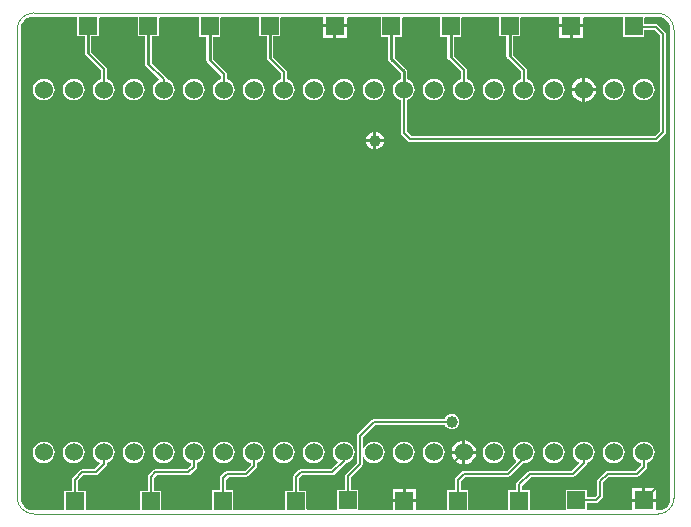
<source format=gtl>
G04*
G04 #@! TF.GenerationSoftware,Altium Limited,Altium Designer,18.1.6 (161)*
G04*
G04 Layer_Physical_Order=1*
G04 Layer_Color=255*
%FSAX44Y44*%
%MOMM*%
G71*
G01*
G75*
%ADD11C,0.2000*%
%ADD12C,0.2540*%
%ADD13C,0.1000*%
%ADD17R,1.5000X1.5000*%
%ADD18C,1.5240*%
%ADD19C,1.0000*%
G36*
X01078000Y01024936D02*
Y01008000D01*
X01084176D01*
Y00991000D01*
X01084391Y00989919D01*
X01085003Y00989003D01*
X01085919Y00988391D01*
X01086026Y00988370D01*
X01095701Y00978694D01*
Y00971966D01*
X01093651Y00971116D01*
X01091746Y00969655D01*
X01090284Y00967749D01*
X01089365Y00965531D01*
X01089051Y00963150D01*
X01089365Y00960769D01*
X01090284Y00958551D01*
X01091746Y00956646D01*
X01093651Y00955184D01*
X01095869Y00954265D01*
X01098250Y00953951D01*
X01100631Y00954265D01*
X01102849Y00955184D01*
X01104754Y00956646D01*
X01106216Y00958551D01*
X01107135Y00960769D01*
X01107449Y00963150D01*
X01107135Y00965531D01*
X01106216Y00967749D01*
X01104754Y00969655D01*
X01102849Y00971116D01*
X01100799Y00971966D01*
Y00979750D01*
X01100605Y00980725D01*
X01100052Y00981552D01*
X01089824Y00991780D01*
Y01008000D01*
X01096000D01*
Y01024038D01*
X01096898Y01024936D01*
X01128000Y01024936D01*
Y01008200D01*
X01134176D01*
Y00992000D01*
X01134391Y00990919D01*
X01135003Y00990003D01*
X01135919Y00989391D01*
X01136026Y00989370D01*
X01146501Y00978894D01*
Y00971966D01*
X01144451Y00971116D01*
X01142545Y00969655D01*
X01141084Y00967749D01*
X01140165Y00965531D01*
X01139851Y00963150D01*
X01140165Y00960769D01*
X01141084Y00958551D01*
X01142545Y00956646D01*
X01144451Y00955184D01*
X01146669Y00954265D01*
X01149050Y00953951D01*
X01151431Y00954265D01*
X01153649Y00955184D01*
X01155555Y00956646D01*
X01157016Y00958551D01*
X01157935Y00960769D01*
X01158249Y00963150D01*
X01157935Y00965531D01*
X01157016Y00967749D01*
X01155555Y00969655D01*
X01153649Y00971116D01*
X01151599Y00971966D01*
Y00979950D01*
X01151405Y00980925D01*
X01150852Y00981752D01*
X01139824Y00992781D01*
Y01008200D01*
X01146000D01*
Y01024037D01*
X01146898Y01024935D01*
X01178960Y01024935D01*
Y01018470D01*
X01189000D01*
X01199040D01*
Y01024037D01*
X01199938Y01024935D01*
X01233000Y01024934D01*
Y01008000D01*
X01251000D01*
Y01013451D01*
X01259944D01*
X01264451Y01008944D01*
Y00928056D01*
X01259944Y00923549D01*
X01054056D01*
X01049999Y00927606D01*
Y00954334D01*
X01052049Y00955184D01*
X01053954Y00956646D01*
X01055416Y00958551D01*
X01056335Y00960769D01*
X01056649Y00963150D01*
X01056335Y00965531D01*
X01055416Y00967749D01*
X01053954Y00969655D01*
X01052049Y00971116D01*
X01050274Y00971852D01*
Y00978550D01*
X01050274Y00978550D01*
X01050059Y00979631D01*
X01049447Y00980547D01*
X01049447Y00980547D01*
X01039824Y00990170D01*
Y01008000D01*
X01046000D01*
Y01024039D01*
X01046898Y01024937D01*
X01078000Y01024936D01*
D02*
G37*
G36*
X00733921Y01024941D02*
X00733961Y01024948D01*
X00734000Y01024940D01*
X00771000Y01024940D01*
Y01008200D01*
X00777176D01*
Y00994000D01*
X00777391Y00992919D01*
X00778003Y00992003D01*
X00778919Y00991391D01*
X00779026Y00991369D01*
X00790901Y00979494D01*
Y00971966D01*
X00788851Y00971116D01*
X00786945Y00969655D01*
X00785484Y00967749D01*
X00784565Y00965531D01*
X00784251Y00963150D01*
X00784565Y00960769D01*
X00785484Y00958551D01*
X00786945Y00956646D01*
X00788851Y00955184D01*
X00791069Y00954265D01*
X00793450Y00953951D01*
X00795831Y00954265D01*
X00798049Y00955184D01*
X00799955Y00956646D01*
X00801416Y00958551D01*
X00802335Y00960769D01*
X00802649Y00963150D01*
X00802335Y00965531D01*
X00801416Y00967749D01*
X00799955Y00969655D01*
X00798049Y00971116D01*
X00795999Y00971966D01*
Y00980550D01*
X00795805Y00981525D01*
X00795252Y00982352D01*
X00782824Y00994781D01*
Y01008200D01*
X00789000D01*
Y01024042D01*
X00789898Y01024940D01*
X00822000Y01024939D01*
Y01008200D01*
X00828176D01*
Y00985000D01*
X00828391Y00983919D01*
X00829003Y00983003D01*
X00829919Y00982391D01*
X00830026Y00982370D01*
X00839994Y00972402D01*
X00839790Y00971376D01*
X00839556Y00971043D01*
X00837746Y00969655D01*
X00836284Y00967749D01*
X00835365Y00965531D01*
X00835051Y00963150D01*
X00835365Y00960769D01*
X00836284Y00958551D01*
X00837746Y00956646D01*
X00839651Y00955184D01*
X00841869Y00954265D01*
X00844250Y00953951D01*
X00846631Y00954265D01*
X00848849Y00955184D01*
X00850754Y00956646D01*
X00852216Y00958551D01*
X00853135Y00960769D01*
X00853449Y00963150D01*
X00853135Y00965531D01*
X00852216Y00967749D01*
X00850754Y00969655D01*
X00848849Y00971116D01*
X00846752Y00971985D01*
X00846605Y00972726D01*
X00846052Y00973552D01*
X00833824Y00985780D01*
Y01008200D01*
X00840000D01*
Y01024041D01*
X00840898Y01024939D01*
X00874000Y01024939D01*
Y01008000D01*
X00880176D01*
Y00988000D01*
X00880391Y00986919D01*
X00881003Y00986003D01*
X00881919Y00985391D01*
X00882026Y00985369D01*
X00892501Y00974894D01*
Y00971966D01*
X00890451Y00971116D01*
X00888546Y00969655D01*
X00887084Y00967749D01*
X00886165Y00965531D01*
X00885851Y00963150D01*
X00886165Y00960769D01*
X00887084Y00958551D01*
X00888546Y00956646D01*
X00890451Y00955184D01*
X00892669Y00954265D01*
X00895050Y00953951D01*
X00897431Y00954265D01*
X00899649Y00955184D01*
X00901554Y00956646D01*
X00903016Y00958551D01*
X00903935Y00960769D01*
X00904249Y00963150D01*
X00903935Y00965531D01*
X00903016Y00967749D01*
X00901554Y00969655D01*
X00899649Y00971116D01*
X00897599Y00971966D01*
Y00975950D01*
X00897405Y00976926D01*
X00896852Y00977752D01*
X00885824Y00988781D01*
Y01008000D01*
X00892000D01*
Y01024041D01*
X00892898Y01024939D01*
X00925000Y01024938D01*
Y01008200D01*
X00931176D01*
Y00990000D01*
X00931391Y00988919D01*
X00932003Y00988003D01*
X00932919Y00987391D01*
X00933026Y00987370D01*
X00943301Y00977094D01*
Y00971966D01*
X00941251Y00971116D01*
X00939345Y00969655D01*
X00937884Y00967749D01*
X00936965Y00965531D01*
X00936651Y00963150D01*
X00936965Y00960769D01*
X00937884Y00958551D01*
X00939345Y00956646D01*
X00941251Y00955184D01*
X00943469Y00954265D01*
X00945850Y00953951D01*
X00948231Y00954265D01*
X00950449Y00955184D01*
X00952355Y00956646D01*
X00953816Y00958551D01*
X00954735Y00960769D01*
X00955049Y00963150D01*
X00954735Y00965531D01*
X00953816Y00967749D01*
X00952355Y00969655D01*
X00950449Y00971116D01*
X00948399Y00971966D01*
Y00978150D01*
X00948205Y00979126D01*
X00947652Y00979952D01*
X00936824Y00990780D01*
Y01008200D01*
X00943000D01*
Y01024040D01*
X00943898Y01024938D01*
X00978960Y01024938D01*
Y01018470D01*
X00989000D01*
X00999040D01*
Y01024039D01*
X00999938Y01024937D01*
X01028000Y01024937D01*
Y01008000D01*
X01034176D01*
Y00989000D01*
X01034176Y00989000D01*
X01034391Y00987919D01*
X01035003Y00987003D01*
X01044626Y00977380D01*
Y00971852D01*
X01042851Y00971116D01*
X01040946Y00969655D01*
X01039484Y00967749D01*
X01038565Y00965531D01*
X01038251Y00963150D01*
X01038565Y00960769D01*
X01039484Y00958551D01*
X01040946Y00956646D01*
X01042851Y00955184D01*
X01044901Y00954334D01*
Y00926550D01*
X01045095Y00925574D01*
X01045648Y00924748D01*
X01051198Y00919198D01*
X01052025Y00918645D01*
X01053000Y00918451D01*
X01261000D01*
X01261975Y00918645D01*
X01262802Y00919198D01*
X01268802Y00925198D01*
X01269355Y00926025D01*
X01269549Y00927000D01*
Y01010000D01*
X01269355Y01010975D01*
X01268802Y01011802D01*
X01262802Y01017802D01*
X01261975Y01018355D01*
X01261000Y01018549D01*
X01251000D01*
Y01024036D01*
X01251898Y01024934D01*
X01262040Y01024934D01*
X01263121D01*
X01265242Y01024512D01*
X01267239Y01023685D01*
X01269037Y01022484D01*
X01270566Y01020955D01*
X01271767Y01019157D01*
X01272595Y01017160D01*
X01273008Y01015083D01*
X01272978Y01014047D01*
X01272985Y01014002D01*
X01272976Y01013958D01*
X01272987Y00616990D01*
Y00616007D01*
X01272604Y00614079D01*
X01271852Y00612263D01*
X01270760Y00610629D01*
X01269370Y00609240D01*
X01267736Y00608148D01*
X01265920Y00607396D01*
X01264048Y00607023D01*
X01263123Y00607057D01*
X01263066Y00607048D01*
X01263009Y00607060D01*
X01261588Y00607059D01*
X01260690Y00607957D01*
Y00614280D01*
X01240610D01*
Y00607058D01*
X01203298Y00607056D01*
X01202400Y00607953D01*
Y00612801D01*
X01210000D01*
X01210975Y00612995D01*
X01211802Y00613548D01*
X01215452Y00617198D01*
X01216005Y00618024D01*
X01216199Y00619000D01*
Y00630594D01*
X01221056Y00635451D01*
X01244650D01*
X01245625Y00635645D01*
X01246452Y00636198D01*
X01252452Y00642198D01*
X01253005Y00643025D01*
X01253199Y00644000D01*
Y00647184D01*
X01255249Y00648034D01*
X01257154Y00649496D01*
X01258616Y00651401D01*
X01259535Y00653619D01*
X01259849Y00656000D01*
X01259535Y00658381D01*
X01258616Y00660599D01*
X01257154Y00662505D01*
X01255249Y00663966D01*
X01253031Y00664885D01*
X01250650Y00665199D01*
X01248269Y00664885D01*
X01246051Y00663966D01*
X01244146Y00662505D01*
X01242684Y00660599D01*
X01241765Y00658381D01*
X01241451Y00656000D01*
X01241765Y00653619D01*
X01242684Y00651401D01*
X01244146Y00649496D01*
X01246051Y00648034D01*
X01248101Y00647184D01*
Y00645056D01*
X01243594Y00640549D01*
X01220000D01*
X01219025Y00640355D01*
X01218198Y00639802D01*
X01211848Y00633452D01*
X01211295Y00632626D01*
X01211101Y00631650D01*
Y00620056D01*
X01208944Y00617899D01*
X01202400D01*
Y00624350D01*
X01184400D01*
Y00607054D01*
X01154898Y00607052D01*
X01154000Y00607950D01*
Y00623850D01*
X01147549D01*
Y00627944D01*
X01155056Y00635451D01*
X01191000D01*
X01191975Y00635645D01*
X01192802Y00636198D01*
X01201652Y00645048D01*
X01202205Y00645875D01*
X01202399Y00646850D01*
Y00647184D01*
X01204449Y00648034D01*
X01206355Y00649496D01*
X01207816Y00651401D01*
X01208735Y00653619D01*
X01209049Y00656000D01*
X01208735Y00658381D01*
X01207816Y00660599D01*
X01206355Y00662505D01*
X01204449Y00663966D01*
X01202231Y00664885D01*
X01199850Y00665199D01*
X01197469Y00664885D01*
X01195251Y00663966D01*
X01193345Y00662505D01*
X01191884Y00660599D01*
X01190965Y00658381D01*
X01190651Y00656000D01*
X01190965Y00653619D01*
X01191884Y00651401D01*
X01193345Y00649496D01*
X01195251Y00648034D01*
X01195735Y00647833D01*
X01195983Y00646588D01*
X01189944Y00640549D01*
X01154000D01*
X01153025Y00640355D01*
X01152198Y00639802D01*
X01143198Y00630802D01*
X01142645Y00629976D01*
X01142451Y00629000D01*
Y00623850D01*
X01136000D01*
Y00607051D01*
X01102898Y00607049D01*
X01102000Y00607947D01*
Y00623850D01*
X01095549D01*
Y00631944D01*
X01099056Y00635451D01*
X01136000D01*
X01136975Y00635645D01*
X01137802Y00636198D01*
X01148481Y00646876D01*
X01149050Y00646801D01*
X01151431Y00647115D01*
X01153649Y00648034D01*
X01155555Y00649496D01*
X01157016Y00651401D01*
X01157935Y00653619D01*
X01158249Y00656000D01*
X01157935Y00658381D01*
X01157016Y00660599D01*
X01155555Y00662505D01*
X01153649Y00663966D01*
X01151431Y00664885D01*
X01149050Y00665199D01*
X01146669Y00664885D01*
X01144451Y00663966D01*
X01142545Y00662505D01*
X01141084Y00660599D01*
X01140165Y00658381D01*
X01139851Y00656000D01*
X01140165Y00653619D01*
X01141084Y00651401D01*
X01142545Y00649496D01*
X01142628Y00648233D01*
X01134944Y00640549D01*
X01098000D01*
X01097025Y00640355D01*
X01096198Y00639802D01*
X01091198Y00634802D01*
X01090645Y00633975D01*
X01090451Y00633000D01*
Y00623850D01*
X01084000D01*
Y00607047D01*
X01058938Y00607046D01*
X01058040Y00607944D01*
Y00613580D01*
X01037960D01*
Y00607044D01*
X01009898Y00607042D01*
X01009000Y00607940D01*
Y00624550D01*
X01002549D01*
Y00634944D01*
X01011802Y00644198D01*
X01012355Y00645024D01*
X01012549Y00646000D01*
Y00651787D01*
X01013819Y00652040D01*
X01014084Y00651401D01*
X01015546Y00649496D01*
X01017451Y00648034D01*
X01019669Y00647115D01*
X01022050Y00646801D01*
X01024431Y00647115D01*
X01026649Y00648034D01*
X01028555Y00649496D01*
X01030016Y00651401D01*
X01030935Y00653619D01*
X01031249Y00656000D01*
X01030935Y00658381D01*
X01030016Y00660599D01*
X01028555Y00662505D01*
X01026649Y00663966D01*
X01024431Y00664885D01*
X01022050Y00665199D01*
X01019669Y00664885D01*
X01017451Y00663966D01*
X01015546Y00662505D01*
X01014084Y00660599D01*
X01013819Y00659960D01*
X01012549Y00660213D01*
Y00668944D01*
X01023056Y00679451D01*
X01082020D01*
X01082322Y00678722D01*
X01083364Y00677364D01*
X01084722Y00676322D01*
X01086303Y00675667D01*
X01088000Y00675444D01*
X01089697Y00675667D01*
X01091278Y00676322D01*
X01092636Y00677364D01*
X01093678Y00678722D01*
X01094333Y00680303D01*
X01094556Y00682000D01*
X01094333Y00683697D01*
X01093678Y00685278D01*
X01092636Y00686636D01*
X01091278Y00687678D01*
X01089697Y00688333D01*
X01088000Y00688556D01*
X01086303Y00688333D01*
X01084722Y00687678D01*
X01083364Y00686636D01*
X01082322Y00685278D01*
X01082020Y00684549D01*
X01022000D01*
X01021025Y00684355D01*
X01020198Y00683802D01*
X01008198Y00671802D01*
X01007645Y00670975D01*
X01007451Y00670000D01*
Y00647056D01*
X00998198Y00637802D01*
X00997645Y00636976D01*
X00997451Y00636000D01*
Y00624550D01*
X00991000D01*
Y00607041D01*
X00965898Y00607039D01*
X00965000Y00607938D01*
Y00623600D01*
X00958549D01*
Y00633944D01*
X00961056Y00636451D01*
X00987000D01*
X00987975Y00636645D01*
X00988802Y00637198D01*
X00998452Y00646848D01*
X00998592Y00647057D01*
X00999031Y00647115D01*
X01001249Y00648034D01*
X01003155Y00649496D01*
X01004616Y00651401D01*
X01005535Y00653619D01*
X01005849Y00656000D01*
X01005535Y00658381D01*
X01004616Y00660599D01*
X01003155Y00662505D01*
X01001249Y00663966D01*
X00999031Y00664885D01*
X00996650Y00665199D01*
X00994269Y00664885D01*
X00992051Y00663966D01*
X00990145Y00662505D01*
X00988684Y00660599D01*
X00987765Y00658381D01*
X00987451Y00656000D01*
X00987765Y00653619D01*
X00988684Y00651401D01*
X00990145Y00649496D01*
X00991248Y00648649D01*
X00991391Y00646996D01*
X00985944Y00641549D01*
X00960000D01*
X00959025Y00641355D01*
X00958198Y00640802D01*
X00954198Y00636802D01*
X00953645Y00635975D01*
X00953451Y00635000D01*
Y00623600D01*
X00947000D01*
Y00607038D01*
X00903898Y00607035D01*
X00903000Y00607933D01*
Y00623850D01*
X00896549D01*
Y00632944D01*
X00899056Y00635451D01*
X00914000D01*
X00914976Y00635645D01*
X00915802Y00636198D01*
X00922252Y00642648D01*
X00922805Y00643475D01*
X00922999Y00644450D01*
Y00647184D01*
X00925049Y00648034D01*
X00926954Y00649496D01*
X00928416Y00651401D01*
X00929335Y00653619D01*
X00929649Y00656000D01*
X00929335Y00658381D01*
X00928416Y00660599D01*
X00926954Y00662505D01*
X00925049Y00663966D01*
X00922831Y00664885D01*
X00920450Y00665199D01*
X00918069Y00664885D01*
X00915851Y00663966D01*
X00913945Y00662505D01*
X00912484Y00660599D01*
X00911565Y00658381D01*
X00911251Y00656000D01*
X00911565Y00653619D01*
X00912484Y00651401D01*
X00913945Y00649496D01*
X00915851Y00648034D01*
X00917901Y00647184D01*
Y00645506D01*
X00912944Y00640549D01*
X00898000D01*
X00897025Y00640355D01*
X00896198Y00639802D01*
X00892198Y00635802D01*
X00891645Y00634976D01*
X00891451Y00634000D01*
Y00623850D01*
X00885000D01*
Y00607034D01*
X00842898Y00607031D01*
X00842000Y00607929D01*
Y00623600D01*
X00835549D01*
Y00633944D01*
X00838056Y00636451D01*
X00865000D01*
X00865975Y00636645D01*
X00866802Y00637198D01*
X00871452Y00641848D01*
X00872005Y00642675D01*
X00872199Y00643650D01*
Y00647184D01*
X00874249Y00648034D01*
X00876154Y00649496D01*
X00877616Y00651401D01*
X00878535Y00653619D01*
X00878849Y00656000D01*
X00878535Y00658381D01*
X00877616Y00660599D01*
X00876154Y00662505D01*
X00874249Y00663966D01*
X00872031Y00664885D01*
X00869650Y00665199D01*
X00867269Y00664885D01*
X00865051Y00663966D01*
X00863146Y00662505D01*
X00861684Y00660599D01*
X00860765Y00658381D01*
X00860451Y00656000D01*
X00860765Y00653619D01*
X00861684Y00651401D01*
X00863146Y00649496D01*
X00865051Y00648034D01*
X00867101Y00647184D01*
Y00644706D01*
X00863944Y00641549D01*
X00837000D01*
X00836025Y00641355D01*
X00835198Y00640802D01*
X00831198Y00636802D01*
X00830645Y00635975D01*
X00830451Y00635000D01*
Y00623600D01*
X00824000D01*
Y00607030D01*
X00778898Y00607027D01*
X00778000Y00607925D01*
Y00623600D01*
X00771549D01*
Y00631944D01*
X00776056Y00636451D01*
X00786450D01*
X00787426Y00636645D01*
X00788252Y00637198D01*
X00795252Y00644198D01*
X00795805Y00645025D01*
X00795999Y00646000D01*
Y00647184D01*
X00798049Y00648034D01*
X00799955Y00649496D01*
X00801416Y00651401D01*
X00802335Y00653619D01*
X00802649Y00656000D01*
X00802335Y00658381D01*
X00801416Y00660599D01*
X00799955Y00662505D01*
X00798049Y00663966D01*
X00795831Y00664885D01*
X00793450Y00665199D01*
X00791069Y00664885D01*
X00788851Y00663966D01*
X00786945Y00662505D01*
X00785484Y00660599D01*
X00784565Y00658381D01*
X00784251Y00656000D01*
X00784565Y00653619D01*
X00785484Y00651401D01*
X00786945Y00649496D01*
X00788851Y00648034D01*
X00789722Y00647673D01*
X00790020Y00646175D01*
X00785394Y00641549D01*
X00775000D01*
X00774025Y00641355D01*
X00773198Y00640802D01*
X00767198Y00634802D01*
X00766645Y00633975D01*
X00766451Y00633000D01*
Y00623600D01*
X00760000D01*
Y00607026D01*
X00734000Y00607024D01*
X00732919D01*
X00730798Y00607446D01*
X00728801Y00608273D01*
X00727003Y00609474D01*
X00725474Y00611003D01*
X00724273Y00612801D01*
X00723446Y00614798D01*
X00723031Y00616881D01*
X00723058Y00617923D01*
X00723051Y00617962D01*
X00723059Y00618000D01*
X00723024Y01014000D01*
Y01015081D01*
X00723446Y01017202D01*
X00724273Y01019199D01*
X00725474Y01020997D01*
X00727003Y01022526D01*
X00728801Y01023727D01*
X00730798Y01024554D01*
X00732880Y01024968D01*
X00733921Y01024941D01*
D02*
G37*
%LPC*%
G36*
X01199040Y01015930D02*
X01190270D01*
Y01007160D01*
X01199040D01*
Y01015930D01*
D02*
G37*
G36*
X01187730D02*
X01178960D01*
Y01007160D01*
X01187730D01*
Y01015930D01*
D02*
G37*
G36*
X01201120Y00973231D02*
Y00964420D01*
X01209930D01*
X01209749Y00965802D01*
X01208725Y00968274D01*
X01207096Y00970396D01*
X01204974Y00972025D01*
X01202502Y00973049D01*
X01201120Y00973231D01*
D02*
G37*
G36*
X01198580Y00973231D02*
X01197198Y00973049D01*
X01194726Y00972025D01*
X01192604Y00970396D01*
X01190975Y00968274D01*
X01189951Y00965802D01*
X01189770Y00964420D01*
X01198580D01*
Y00973231D01*
D02*
G37*
G36*
X01250650Y00972349D02*
X01248269Y00972035D01*
X01246051Y00971116D01*
X01244146Y00969655D01*
X01242684Y00967749D01*
X01241765Y00965531D01*
X01241451Y00963150D01*
X01241765Y00960769D01*
X01242684Y00958551D01*
X01244146Y00956646D01*
X01246051Y00955184D01*
X01248269Y00954265D01*
X01250650Y00953951D01*
X01253031Y00954265D01*
X01255249Y00955184D01*
X01257154Y00956646D01*
X01258616Y00958551D01*
X01259535Y00960769D01*
X01259849Y00963150D01*
X01259535Y00965531D01*
X01258616Y00967749D01*
X01257154Y00969655D01*
X01255249Y00971116D01*
X01253031Y00972035D01*
X01250650Y00972349D01*
D02*
G37*
G36*
X01225250D02*
X01222869Y00972035D01*
X01220651Y00971116D01*
X01218745Y00969655D01*
X01217284Y00967749D01*
X01216365Y00965531D01*
X01216051Y00963150D01*
X01216365Y00960769D01*
X01217284Y00958551D01*
X01218745Y00956646D01*
X01220651Y00955184D01*
X01222869Y00954265D01*
X01225250Y00953951D01*
X01227631Y00954265D01*
X01229849Y00955184D01*
X01231755Y00956646D01*
X01233216Y00958551D01*
X01234135Y00960769D01*
X01234449Y00963150D01*
X01234135Y00965531D01*
X01233216Y00967749D01*
X01231755Y00969655D01*
X01229849Y00971116D01*
X01227631Y00972035D01*
X01225250Y00972349D01*
D02*
G37*
G36*
X01174450D02*
X01172069Y00972035D01*
X01169851Y00971116D01*
X01167945Y00969655D01*
X01166484Y00967749D01*
X01165565Y00965531D01*
X01165251Y00963150D01*
X01165565Y00960769D01*
X01166484Y00958551D01*
X01167945Y00956646D01*
X01169851Y00955184D01*
X01172069Y00954265D01*
X01174450Y00953951D01*
X01176831Y00954265D01*
X01179049Y00955184D01*
X01180955Y00956646D01*
X01182416Y00958551D01*
X01183335Y00960769D01*
X01183649Y00963150D01*
X01183335Y00965531D01*
X01182416Y00967749D01*
X01180955Y00969655D01*
X01179049Y00971116D01*
X01176831Y00972035D01*
X01174450Y00972349D01*
D02*
G37*
G36*
X01123650D02*
X01121269Y00972035D01*
X01119051Y00971116D01*
X01117145Y00969655D01*
X01115684Y00967749D01*
X01114765Y00965531D01*
X01114451Y00963150D01*
X01114765Y00960769D01*
X01115684Y00958551D01*
X01117145Y00956646D01*
X01119051Y00955184D01*
X01121269Y00954265D01*
X01123650Y00953951D01*
X01126031Y00954265D01*
X01128249Y00955184D01*
X01130154Y00956646D01*
X01131616Y00958551D01*
X01132535Y00960769D01*
X01132849Y00963150D01*
X01132535Y00965531D01*
X01131616Y00967749D01*
X01130154Y00969655D01*
X01128249Y00971116D01*
X01126031Y00972035D01*
X01123650Y00972349D01*
D02*
G37*
G36*
X01072850D02*
X01070469Y00972035D01*
X01068251Y00971116D01*
X01066346Y00969655D01*
X01064884Y00967749D01*
X01063965Y00965531D01*
X01063651Y00963150D01*
X01063965Y00960769D01*
X01064884Y00958551D01*
X01066346Y00956646D01*
X01068251Y00955184D01*
X01070469Y00954265D01*
X01072850Y00953951D01*
X01075231Y00954265D01*
X01077449Y00955184D01*
X01079354Y00956646D01*
X01080816Y00958551D01*
X01081735Y00960769D01*
X01082049Y00963150D01*
X01081735Y00965531D01*
X01080816Y00967749D01*
X01079354Y00969655D01*
X01077449Y00971116D01*
X01075231Y00972035D01*
X01072850Y00972349D01*
D02*
G37*
G36*
X01198580Y00961880D02*
X01189770D01*
X01189951Y00960498D01*
X01190975Y00958026D01*
X01192604Y00955904D01*
X01194726Y00954275D01*
X01197198Y00953252D01*
X01198580Y00953070D01*
Y00961880D01*
D02*
G37*
G36*
X01209930D02*
X01201120D01*
Y00953070D01*
X01202502Y00953252D01*
X01204974Y00954275D01*
X01207096Y00955904D01*
X01208725Y00958026D01*
X01209749Y00960498D01*
X01209930Y00961880D01*
D02*
G37*
G36*
X00999040Y01015930D02*
X00990270D01*
Y01007160D01*
X00999040D01*
Y01015930D01*
D02*
G37*
G36*
X00987730D02*
X00978960D01*
Y01007160D01*
X00987730D01*
Y01015930D01*
D02*
G37*
G36*
X01022050Y00972349D02*
X01019669Y00972035D01*
X01017451Y00971116D01*
X01015546Y00969655D01*
X01014084Y00967749D01*
X01013165Y00965531D01*
X01012851Y00963150D01*
X01013165Y00960769D01*
X01014084Y00958551D01*
X01015546Y00956646D01*
X01017451Y00955184D01*
X01019669Y00954265D01*
X01022050Y00953951D01*
X01024431Y00954265D01*
X01026649Y00955184D01*
X01028555Y00956646D01*
X01030016Y00958551D01*
X01030935Y00960769D01*
X01031249Y00963150D01*
X01030935Y00965531D01*
X01030016Y00967749D01*
X01028555Y00969655D01*
X01026649Y00971116D01*
X01024431Y00972035D01*
X01022050Y00972349D01*
D02*
G37*
G36*
X00996650D02*
X00994269Y00972035D01*
X00992051Y00971116D01*
X00990145Y00969655D01*
X00988684Y00967749D01*
X00987765Y00965531D01*
X00987451Y00963150D01*
X00987765Y00960769D01*
X00988684Y00958551D01*
X00990145Y00956646D01*
X00992051Y00955184D01*
X00994269Y00954265D01*
X00996650Y00953951D01*
X00999031Y00954265D01*
X01001249Y00955184D01*
X01003155Y00956646D01*
X01004616Y00958551D01*
X01005535Y00960769D01*
X01005849Y00963150D01*
X01005535Y00965531D01*
X01004616Y00967749D01*
X01003155Y00969655D01*
X01001249Y00971116D01*
X00999031Y00972035D01*
X00996650Y00972349D01*
D02*
G37*
G36*
X00971250D02*
X00968869Y00972035D01*
X00966651Y00971116D01*
X00964745Y00969655D01*
X00963284Y00967749D01*
X00962365Y00965531D01*
X00962051Y00963150D01*
X00962365Y00960769D01*
X00963284Y00958551D01*
X00964745Y00956646D01*
X00966651Y00955184D01*
X00968869Y00954265D01*
X00971250Y00953951D01*
X00973631Y00954265D01*
X00975849Y00955184D01*
X00977755Y00956646D01*
X00979216Y00958551D01*
X00980135Y00960769D01*
X00980449Y00963150D01*
X00980135Y00965531D01*
X00979216Y00967749D01*
X00977755Y00969655D01*
X00975849Y00971116D01*
X00973631Y00972035D01*
X00971250Y00972349D01*
D02*
G37*
G36*
X00920450D02*
X00918069Y00972035D01*
X00915851Y00971116D01*
X00913945Y00969655D01*
X00912484Y00967749D01*
X00911565Y00965531D01*
X00911251Y00963150D01*
X00911565Y00960769D01*
X00912484Y00958551D01*
X00913945Y00956646D01*
X00915851Y00955184D01*
X00918069Y00954265D01*
X00920450Y00953951D01*
X00922831Y00954265D01*
X00925049Y00955184D01*
X00926954Y00956646D01*
X00928416Y00958551D01*
X00929335Y00960769D01*
X00929649Y00963150D01*
X00929335Y00965531D01*
X00928416Y00967749D01*
X00926954Y00969655D01*
X00925049Y00971116D01*
X00922831Y00972035D01*
X00920450Y00972349D01*
D02*
G37*
G36*
X00869650D02*
X00867269Y00972035D01*
X00865051Y00971116D01*
X00863146Y00969655D01*
X00861684Y00967749D01*
X00860765Y00965531D01*
X00860451Y00963150D01*
X00860765Y00960769D01*
X00861684Y00958551D01*
X00863146Y00956646D01*
X00865051Y00955184D01*
X00867269Y00954265D01*
X00869650Y00953951D01*
X00872031Y00954265D01*
X00874249Y00955184D01*
X00876154Y00956646D01*
X00877616Y00958551D01*
X00878535Y00960769D01*
X00878849Y00963150D01*
X00878535Y00965531D01*
X00877616Y00967749D01*
X00876154Y00969655D01*
X00874249Y00971116D01*
X00872031Y00972035D01*
X00869650Y00972349D01*
D02*
G37*
G36*
X00818850D02*
X00816469Y00972035D01*
X00814251Y00971116D01*
X00812346Y00969655D01*
X00810884Y00967749D01*
X00809965Y00965531D01*
X00809651Y00963150D01*
X00809965Y00960769D01*
X00810884Y00958551D01*
X00812346Y00956646D01*
X00814251Y00955184D01*
X00816469Y00954265D01*
X00818850Y00953951D01*
X00821231Y00954265D01*
X00823449Y00955184D01*
X00825355Y00956646D01*
X00826816Y00958551D01*
X00827735Y00960769D01*
X00828049Y00963150D01*
X00827735Y00965531D01*
X00826816Y00967749D01*
X00825355Y00969655D01*
X00823449Y00971116D01*
X00821231Y00972035D01*
X00818850Y00972349D01*
D02*
G37*
G36*
X00768050D02*
X00765669Y00972035D01*
X00763451Y00971116D01*
X00761545Y00969655D01*
X00760084Y00967749D01*
X00759165Y00965531D01*
X00758851Y00963150D01*
X00759165Y00960769D01*
X00760084Y00958551D01*
X00761545Y00956646D01*
X00763451Y00955184D01*
X00765669Y00954265D01*
X00768050Y00953951D01*
X00770431Y00954265D01*
X00772649Y00955184D01*
X00774555Y00956646D01*
X00776016Y00958551D01*
X00776935Y00960769D01*
X00777249Y00963150D01*
X00776935Y00965531D01*
X00776016Y00967749D01*
X00774555Y00969655D01*
X00772649Y00971116D01*
X00770431Y00972035D01*
X00768050Y00972349D01*
D02*
G37*
G36*
X00742650D02*
X00740269Y00972035D01*
X00738051Y00971116D01*
X00736145Y00969655D01*
X00734684Y00967749D01*
X00733765Y00965531D01*
X00733451Y00963150D01*
X00733765Y00960769D01*
X00734684Y00958551D01*
X00736145Y00956646D01*
X00738051Y00955184D01*
X00740269Y00954265D01*
X00742650Y00953951D01*
X00745031Y00954265D01*
X00747249Y00955184D01*
X00749155Y00956646D01*
X00750616Y00958551D01*
X00751535Y00960769D01*
X00751849Y00963150D01*
X00751535Y00965531D01*
X00750616Y00967749D01*
X00749155Y00969655D01*
X00747249Y00971116D01*
X00745031Y00972035D01*
X00742650Y00972349D01*
D02*
G37*
G36*
X01024270Y00927438D02*
Y00921270D01*
X01030438D01*
X01030346Y00921968D01*
X01029586Y00923802D01*
X01028378Y00925378D01*
X01026803Y00926586D01*
X01024968Y00927346D01*
X01024270Y00927438D01*
D02*
G37*
G36*
X01021730D02*
X01021032Y00927346D01*
X01019197Y00926586D01*
X01017622Y00925378D01*
X01016414Y00923802D01*
X01015654Y00921968D01*
X01015562Y00921270D01*
X01021730D01*
Y00927438D01*
D02*
G37*
G36*
X01030438Y00918730D02*
X01024270D01*
Y00912562D01*
X01024968Y00912654D01*
X01026803Y00913414D01*
X01028378Y00914622D01*
X01029586Y00916198D01*
X01030346Y00918032D01*
X01030438Y00918730D01*
D02*
G37*
G36*
X01021730D02*
X01015562D01*
X01015654Y00918032D01*
X01016414Y00916198D01*
X01017622Y00914622D01*
X01019197Y00913414D01*
X01021032Y00912654D01*
X01021730Y00912562D01*
Y00918730D01*
D02*
G37*
G36*
X01099520Y00666080D02*
Y00657270D01*
X01108331D01*
X01108148Y00658652D01*
X01107125Y00661124D01*
X01105496Y00663246D01*
X01103374Y00664875D01*
X01100902Y00665899D01*
X01099520Y00666080D01*
D02*
G37*
G36*
X01096980Y00666080D02*
X01095598Y00665899D01*
X01093126Y00664875D01*
X01091004Y00663246D01*
X01089375Y00661124D01*
X01088352Y00658652D01*
X01088169Y00657270D01*
X01096980D01*
Y00666080D01*
D02*
G37*
G36*
X01225250Y00665199D02*
X01222869Y00664885D01*
X01220651Y00663966D01*
X01218745Y00662505D01*
X01217284Y00660599D01*
X01216365Y00658381D01*
X01216051Y00656000D01*
X01216365Y00653619D01*
X01217284Y00651401D01*
X01218745Y00649496D01*
X01220651Y00648034D01*
X01222869Y00647115D01*
X01225250Y00646801D01*
X01227631Y00647115D01*
X01229849Y00648034D01*
X01231755Y00649496D01*
X01233216Y00651401D01*
X01234135Y00653619D01*
X01234449Y00656000D01*
X01234135Y00658381D01*
X01233216Y00660599D01*
X01231755Y00662505D01*
X01229849Y00663966D01*
X01227631Y00664885D01*
X01225250Y00665199D01*
D02*
G37*
G36*
X01174450D02*
X01172069Y00664885D01*
X01169851Y00663966D01*
X01167945Y00662505D01*
X01166484Y00660599D01*
X01165565Y00658381D01*
X01165251Y00656000D01*
X01165565Y00653619D01*
X01166484Y00651401D01*
X01167945Y00649496D01*
X01169851Y00648034D01*
X01172069Y00647115D01*
X01174450Y00646801D01*
X01176831Y00647115D01*
X01179049Y00648034D01*
X01180955Y00649496D01*
X01182416Y00651401D01*
X01183335Y00653619D01*
X01183649Y00656000D01*
X01183335Y00658381D01*
X01182416Y00660599D01*
X01180955Y00662505D01*
X01179049Y00663966D01*
X01176831Y00664885D01*
X01174450Y00665199D01*
D02*
G37*
G36*
X01123650D02*
X01121269Y00664885D01*
X01119051Y00663966D01*
X01117145Y00662505D01*
X01115684Y00660599D01*
X01114765Y00658381D01*
X01114451Y00656000D01*
X01114765Y00653619D01*
X01115684Y00651401D01*
X01117145Y00649496D01*
X01119051Y00648034D01*
X01121269Y00647115D01*
X01123650Y00646801D01*
X01126031Y00647115D01*
X01128249Y00648034D01*
X01130154Y00649496D01*
X01131616Y00651401D01*
X01132535Y00653619D01*
X01132849Y00656000D01*
X01132535Y00658381D01*
X01131616Y00660599D01*
X01130154Y00662505D01*
X01128249Y00663966D01*
X01126031Y00664885D01*
X01123650Y00665199D01*
D02*
G37*
G36*
X01072850D02*
X01070469Y00664885D01*
X01068251Y00663966D01*
X01066346Y00662505D01*
X01064884Y00660599D01*
X01063965Y00658381D01*
X01063651Y00656000D01*
X01063965Y00653619D01*
X01064884Y00651401D01*
X01066346Y00649496D01*
X01068251Y00648034D01*
X01070469Y00647115D01*
X01072850Y00646801D01*
X01075231Y00647115D01*
X01077449Y00648034D01*
X01079354Y00649496D01*
X01080816Y00651401D01*
X01081735Y00653619D01*
X01082049Y00656000D01*
X01081735Y00658381D01*
X01080816Y00660599D01*
X01079354Y00662505D01*
X01077449Y00663966D01*
X01075231Y00664885D01*
X01072850Y00665199D01*
D02*
G37*
G36*
X01047450D02*
X01045069Y00664885D01*
X01042851Y00663966D01*
X01040946Y00662505D01*
X01039484Y00660599D01*
X01038565Y00658381D01*
X01038251Y00656000D01*
X01038565Y00653619D01*
X01039484Y00651401D01*
X01040946Y00649496D01*
X01042851Y00648034D01*
X01045069Y00647115D01*
X01047450Y00646801D01*
X01049831Y00647115D01*
X01052049Y00648034D01*
X01053954Y00649496D01*
X01055416Y00651401D01*
X01056335Y00653619D01*
X01056649Y00656000D01*
X01056335Y00658381D01*
X01055416Y00660599D01*
X01053954Y00662505D01*
X01052049Y00663966D01*
X01049831Y00664885D01*
X01047450Y00665199D01*
D02*
G37*
G36*
X00971250D02*
X00968869Y00664885D01*
X00966651Y00663966D01*
X00964745Y00662505D01*
X00963284Y00660599D01*
X00962365Y00658381D01*
X00962051Y00656000D01*
X00962365Y00653619D01*
X00963284Y00651401D01*
X00964745Y00649496D01*
X00966651Y00648034D01*
X00968869Y00647115D01*
X00971250Y00646801D01*
X00973631Y00647115D01*
X00975849Y00648034D01*
X00977755Y00649496D01*
X00979216Y00651401D01*
X00980135Y00653619D01*
X00980449Y00656000D01*
X00980135Y00658381D01*
X00979216Y00660599D01*
X00977755Y00662505D01*
X00975849Y00663966D01*
X00973631Y00664885D01*
X00971250Y00665199D01*
D02*
G37*
G36*
X00945850D02*
X00943469Y00664885D01*
X00941251Y00663966D01*
X00939345Y00662505D01*
X00937884Y00660599D01*
X00936965Y00658381D01*
X00936651Y00656000D01*
X00936965Y00653619D01*
X00937884Y00651401D01*
X00939345Y00649496D01*
X00941251Y00648034D01*
X00943469Y00647115D01*
X00945850Y00646801D01*
X00948231Y00647115D01*
X00950449Y00648034D01*
X00952355Y00649496D01*
X00953816Y00651401D01*
X00954735Y00653619D01*
X00955049Y00656000D01*
X00954735Y00658381D01*
X00953816Y00660599D01*
X00952355Y00662505D01*
X00950449Y00663966D01*
X00948231Y00664885D01*
X00945850Y00665199D01*
D02*
G37*
G36*
X00895050D02*
X00892669Y00664885D01*
X00890451Y00663966D01*
X00888546Y00662505D01*
X00887084Y00660599D01*
X00886165Y00658381D01*
X00885851Y00656000D01*
X00886165Y00653619D01*
X00887084Y00651401D01*
X00888546Y00649496D01*
X00890451Y00648034D01*
X00892669Y00647115D01*
X00895050Y00646801D01*
X00897431Y00647115D01*
X00899649Y00648034D01*
X00901554Y00649496D01*
X00903016Y00651401D01*
X00903935Y00653619D01*
X00904249Y00656000D01*
X00903935Y00658381D01*
X00903016Y00660599D01*
X00901554Y00662505D01*
X00899649Y00663966D01*
X00897431Y00664885D01*
X00895050Y00665199D01*
D02*
G37*
G36*
X00844250D02*
X00841869Y00664885D01*
X00839651Y00663966D01*
X00837746Y00662505D01*
X00836284Y00660599D01*
X00835365Y00658381D01*
X00835051Y00656000D01*
X00835365Y00653619D01*
X00836284Y00651401D01*
X00837746Y00649496D01*
X00839651Y00648034D01*
X00841869Y00647115D01*
X00844250Y00646801D01*
X00846631Y00647115D01*
X00848849Y00648034D01*
X00850754Y00649496D01*
X00852216Y00651401D01*
X00853135Y00653619D01*
X00853449Y00656000D01*
X00853135Y00658381D01*
X00852216Y00660599D01*
X00850754Y00662505D01*
X00848849Y00663966D01*
X00846631Y00664885D01*
X00844250Y00665199D01*
D02*
G37*
G36*
X00818850D02*
X00816469Y00664885D01*
X00814251Y00663966D01*
X00812346Y00662505D01*
X00810884Y00660599D01*
X00809965Y00658381D01*
X00809651Y00656000D01*
X00809965Y00653619D01*
X00810884Y00651401D01*
X00812346Y00649496D01*
X00814251Y00648034D01*
X00816469Y00647115D01*
X00818850Y00646801D01*
X00821231Y00647115D01*
X00823449Y00648034D01*
X00825355Y00649496D01*
X00826816Y00651401D01*
X00827735Y00653619D01*
X00828049Y00656000D01*
X00827735Y00658381D01*
X00826816Y00660599D01*
X00825355Y00662505D01*
X00823449Y00663966D01*
X00821231Y00664885D01*
X00818850Y00665199D01*
D02*
G37*
G36*
X00768050D02*
X00765669Y00664885D01*
X00763451Y00663966D01*
X00761545Y00662505D01*
X00760084Y00660599D01*
X00759165Y00658381D01*
X00758851Y00656000D01*
X00759165Y00653619D01*
X00760084Y00651401D01*
X00761545Y00649496D01*
X00763451Y00648034D01*
X00765669Y00647115D01*
X00768050Y00646801D01*
X00770431Y00647115D01*
X00772649Y00648034D01*
X00774555Y00649496D01*
X00776016Y00651401D01*
X00776935Y00653619D01*
X00777249Y00656000D01*
X00776935Y00658381D01*
X00776016Y00660599D01*
X00774555Y00662505D01*
X00772649Y00663966D01*
X00770431Y00664885D01*
X00768050Y00665199D01*
D02*
G37*
G36*
X00742650D02*
X00740269Y00664885D01*
X00738051Y00663966D01*
X00736145Y00662505D01*
X00734684Y00660599D01*
X00733765Y00658381D01*
X00733451Y00656000D01*
X00733765Y00653619D01*
X00734684Y00651401D01*
X00736145Y00649496D01*
X00738051Y00648034D01*
X00740269Y00647115D01*
X00742650Y00646801D01*
X00745031Y00647115D01*
X00747249Y00648034D01*
X00749155Y00649496D01*
X00750616Y00651401D01*
X00751535Y00653619D01*
X00751849Y00656000D01*
X00751535Y00658381D01*
X00750616Y00660599D01*
X00749155Y00662505D01*
X00747249Y00663966D01*
X00745031Y00664885D01*
X00742650Y00665199D01*
D02*
G37*
G36*
X01096980Y00654730D02*
X01088169D01*
X01088352Y00653348D01*
X01089375Y00650876D01*
X01091004Y00648754D01*
X01093126Y00647125D01*
X01095598Y00646102D01*
X01096980Y00645919D01*
Y00654730D01*
D02*
G37*
G36*
X01108331D02*
X01099520D01*
Y00645919D01*
X01100902Y00646102D01*
X01103374Y00647125D01*
X01105496Y00648754D01*
X01107125Y00650876D01*
X01108148Y00653348D01*
X01108331Y00654730D01*
D02*
G37*
G36*
X01260690Y00625590D02*
X01251920D01*
Y00616820D01*
X01260690D01*
Y00625590D01*
D02*
G37*
G36*
X01249380D02*
X01240610D01*
Y00616820D01*
X01249380D01*
Y00625590D01*
D02*
G37*
G36*
X01058040Y00624890D02*
X01049270D01*
Y00616120D01*
X01058040D01*
Y00624890D01*
D02*
G37*
G36*
X01046730D02*
X01037960D01*
Y00616120D01*
X01046730D01*
Y00624890D01*
D02*
G37*
%LPD*%
D11*
X00780000Y00994000D02*
X00793450Y00980550D01*
Y00963150D02*
Y00980550D01*
X00831000Y00985000D02*
X00844250Y00971750D01*
Y00963150D02*
Y00971750D01*
X00883000Y00988000D02*
X00895050Y00975950D01*
Y00963150D02*
Y00975950D01*
X00934000Y00990000D02*
X00945850Y00978150D01*
Y00963150D02*
Y00978150D01*
X01087000Y00991000D02*
X01098250Y00979750D01*
Y00963150D02*
Y00979750D01*
X01137000Y00992000D02*
X01149050Y00979950D01*
Y00963150D02*
Y00979950D01*
X01267000Y00927000D02*
Y01010000D01*
X01261000Y01016000D02*
X01267000Y01010000D01*
X01243000Y01016000D02*
X01261000D01*
X01267000Y00631900D02*
Y00670000D01*
X01255000Y00682000D02*
X01267000Y00670000D01*
X01113000Y00682000D02*
X01255000D01*
X01098250Y00667250D02*
X01113000Y00682000D01*
X01098250Y00656000D02*
Y00667250D01*
X01010000Y00670000D02*
X01022000Y00682000D01*
X01088000D01*
X01244650Y00638000D02*
X01250650Y00644000D01*
X01220000Y00638000D02*
X01244650D01*
X01250650Y00644000D02*
Y00656000D01*
X01213650Y00631650D02*
X01220000Y00638000D01*
X01213650Y00619000D02*
Y00631650D01*
X01154000Y00638000D02*
X01191000D01*
X01145000Y00629000D02*
X01154000Y00638000D01*
X01145000Y00614850D02*
Y00629000D01*
X01010000Y00646000D02*
Y00670000D01*
X01000000Y00636000D02*
X01010000Y00646000D01*
X01000000Y00615550D02*
Y00636000D01*
X00793450Y00646000D02*
Y00656000D01*
X00786450Y00639000D02*
X00793450Y00646000D01*
X00775000Y00639000D02*
X00786450D01*
X00769000Y00633000D02*
X00775000Y00639000D01*
X01047450Y00926550D02*
Y00963150D01*
Y00926550D02*
X01053000Y00921000D01*
X01261000D01*
X01267000Y00927000D01*
X01242000Y01017000D02*
X01243000Y01016000D01*
X00769000Y00614600D02*
Y00633000D01*
X00869650Y00643650D02*
Y00656000D01*
X00865000Y00639000D02*
X00869650Y00643650D01*
X00837000Y00639000D02*
X00865000D01*
X00833000Y00635000D02*
X00837000Y00639000D01*
X00833000Y00614600D02*
Y00635000D01*
X00920450Y00644450D02*
Y00656000D01*
X00914000Y00638000D02*
X00920450Y00644450D01*
X00898000Y00638000D02*
X00914000D01*
X00894000Y00634000D02*
X00898000Y00638000D01*
X00894000Y00614850D02*
Y00634000D01*
X00996650Y00648650D02*
Y00656000D01*
X00987000Y00639000D02*
X00996650Y00648650D01*
X00960000Y00639000D02*
X00987000D01*
X00956000Y00635000D02*
X00960000Y00639000D01*
X00956000Y00614600D02*
Y00635000D01*
X01080250Y00638000D02*
X01098250Y00656000D01*
X01053000Y00638000D02*
X01080250D01*
X01048000Y00633000D02*
X01053000Y00638000D01*
X01048000Y00614850D02*
Y00633000D01*
X01149050Y00651050D02*
Y00656000D01*
X01136000Y00638000D02*
X01149050Y00651050D01*
X01098000Y00638000D02*
X01136000D01*
X01093000Y00633000D02*
X01098000Y00638000D01*
X01093000Y00614850D02*
Y00633000D01*
X01210000Y00615350D02*
X01213650Y00619000D01*
X01199850Y00646850D02*
Y00656000D01*
X01191000Y00638000D02*
X01199850Y00646850D01*
X01193400Y00615350D02*
X01210000D01*
X01250650Y00615550D02*
X01267000Y00631900D01*
D12*
X00780000Y01017200D02*
Y01019000D01*
Y00994000D02*
Y01017200D01*
X00831000D02*
Y01019000D01*
Y00985000D02*
Y01017200D01*
X00883000Y01017000D02*
Y01020000D01*
Y00988000D02*
Y01017000D01*
X00934000Y01017200D02*
Y01019000D01*
Y00990000D02*
Y01017200D01*
X01037000Y00989000D02*
Y01017000D01*
X01047450Y00963150D02*
Y00978550D01*
X01037000Y00989000D02*
X01047450Y00978550D01*
X01087000Y01017000D02*
Y01020000D01*
Y00991000D02*
Y01017000D01*
X01137000Y01017200D02*
Y01019000D01*
Y00992000D02*
Y01017200D01*
X01037000Y01017000D02*
Y01020000D01*
X01146350Y00656000D02*
X01149050D01*
X00791950D02*
X00793450D01*
X01072000Y00655150D02*
X01072850Y00656000D01*
D13*
X01263010Y00603953D02*
G03*
X01276046Y00616990I00000000J00013036D01*
G01*
X01276075Y01013958D02*
G03*
X01262040Y01027993I-00014035J00000000D01*
G01*
X00734000Y01028035D02*
G03*
X00719965Y01014000I00000000J-00014035D01*
G01*
Y00618000D02*
G03*
X00734000Y00603965I00014035J00000000D01*
G01*
X01276035Y00616990D02*
X01276035Y01013958D01*
X00734000Y01027999D02*
X01262040Y01027999D01*
X00734000Y00604001D02*
X01263010Y00604001D01*
X00720000Y00618000D02*
X00720000Y01014000D01*
D17*
X01000000Y00615550D02*
D03*
X01242000Y01017000D02*
D03*
X01250650Y00615550D02*
D03*
X00989000Y01017200D02*
D03*
X00934000D02*
D03*
X00883000Y01017000D02*
D03*
X00833000Y00614600D02*
D03*
X00831000Y01017200D02*
D03*
X00769000Y00614600D02*
D03*
X00780000Y01017200D02*
D03*
X00956000Y00614600D02*
D03*
X00894000Y00614850D02*
D03*
X01048000D02*
D03*
X01189000Y01017200D02*
D03*
X01137000D02*
D03*
X01093000Y00614850D02*
D03*
X01087000Y01017000D02*
D03*
X01145000Y00614850D02*
D03*
X01037000Y01017000D02*
D03*
X01193400Y00615350D02*
D03*
D18*
X00844250Y00656000D02*
D03*
X00818850D02*
D03*
X00742650D02*
D03*
X00793450D02*
D03*
X00768050D02*
D03*
X00920450D02*
D03*
X00945850D02*
D03*
X00895050D02*
D03*
X00869650D02*
D03*
X00971250D02*
D03*
X00996650D02*
D03*
X01047450D02*
D03*
X01022050D02*
D03*
X01225250D02*
D03*
X01250650D02*
D03*
X01199850D02*
D03*
X01174450D02*
D03*
X01072850D02*
D03*
X01098250D02*
D03*
X01149050D02*
D03*
X01123650D02*
D03*
X00844250Y00963150D02*
D03*
X00818850D02*
D03*
X00742650D02*
D03*
X00793450D02*
D03*
X00768050D02*
D03*
X00920450D02*
D03*
X00945850D02*
D03*
X00895050D02*
D03*
X00869650D02*
D03*
X00971250D02*
D03*
X00996650D02*
D03*
X01047450D02*
D03*
X01022050D02*
D03*
X01225250D02*
D03*
X01250650D02*
D03*
X01199850D02*
D03*
X01174450D02*
D03*
X01072850D02*
D03*
X01098250D02*
D03*
X01149050D02*
D03*
X01123650D02*
D03*
D19*
X01088000Y00682000D02*
D03*
X01023000Y00920000D02*
D03*
M02*

</source>
